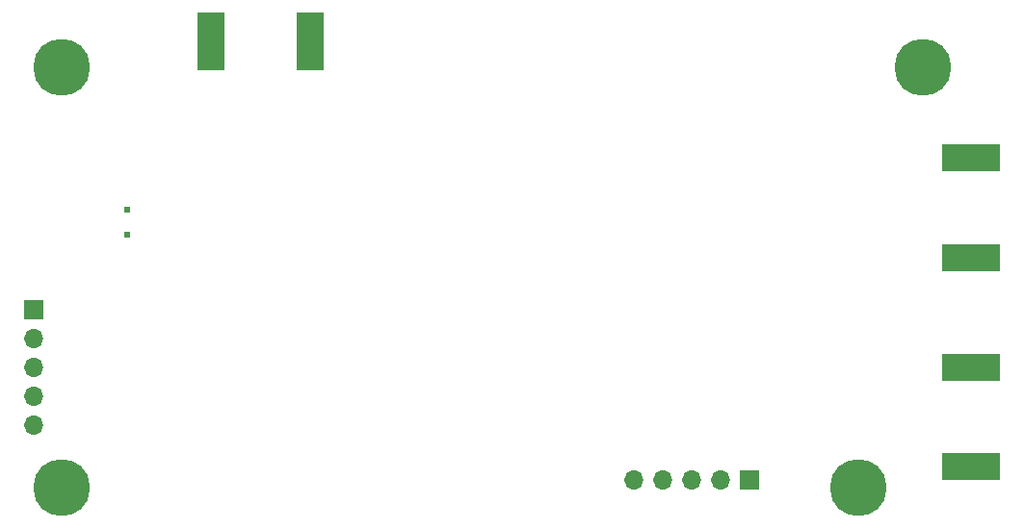
<source format=gbs>
%TF.GenerationSoftware,KiCad,Pcbnew,7.0.10*%
%TF.CreationDate,2024-02-25T20:26:58-06:00*%
%TF.ProjectId,Radar2_ExtFilter,52616461-7232-45f4-9578-7446696c7465,rev?*%
%TF.SameCoordinates,Original*%
%TF.FileFunction,Soldermask,Bot*%
%TF.FilePolarity,Negative*%
%FSLAX46Y46*%
G04 Gerber Fmt 4.6, Leading zero omitted, Abs format (unit mm)*
G04 Created by KiCad (PCBNEW 7.0.10) date 2024-02-25 20:26:58*
%MOMM*%
%LPD*%
G01*
G04 APERTURE LIST*
%ADD10R,5.080000X2.420000*%
%ADD11C,5.000000*%
%ADD12R,2.420000X5.080000*%
%ADD13C,0.610000*%
%ADD14R,1.700000X1.700000*%
%ADD15O,1.700000X1.700000*%
G04 APERTURE END LIST*
D10*
%TO.C,J2*%
X184930000Y-82130000D03*
X184930000Y-73370000D03*
%TD*%
D11*
%TO.C,H4*%
X175000000Y-84000000D03*
%TD*%
D12*
%TO.C,J1*%
X126880000Y-44700000D03*
X118120000Y-44700000D03*
%TD*%
D11*
%TO.C,H3*%
X105000000Y-84000000D03*
%TD*%
D13*
%TO.C,FL1*%
X110750000Y-61735000D03*
X110750000Y-59525000D03*
%TD*%
D10*
%TO.C,J5*%
X184930000Y-63710000D03*
X184930000Y-54950000D03*
%TD*%
D11*
%TO.C,H2*%
X180700000Y-47000000D03*
%TD*%
D14*
%TO.C,J4*%
X165443464Y-83300000D03*
D15*
X162903464Y-83300000D03*
X160363464Y-83300000D03*
X157823464Y-83300000D03*
X155283464Y-83300000D03*
%TD*%
D14*
%TO.C,J3*%
X102570000Y-68340000D03*
D15*
X102570000Y-70880000D03*
X102570000Y-73420000D03*
X102570000Y-75960000D03*
X102570000Y-78500000D03*
%TD*%
D11*
%TO.C,H1*%
X105000000Y-47000000D03*
%TD*%
M02*

</source>
